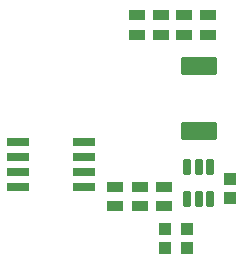
<source format=gtp>
G04*
G04 #@! TF.GenerationSoftware,Altium Limited,Altium Designer,21.5.1 (32)*
G04*
G04 Layer_Color=8421504*
%FSLAX25Y25*%
%MOIN*%
G70*
G04*
G04 #@! TF.SameCoordinates,B42815E3-1C8A-49E7-A1B9-2BA69348AFE0*
G04*
G04*
G04 #@! TF.FilePolarity,Positive*
G04*
G01*
G75*
G04:AMPARAMS|DCode=13|XSize=43.31mil|YSize=39.37mil|CornerRadius=2.95mil|HoleSize=0mil|Usage=FLASHONLY|Rotation=0.000|XOffset=0mil|YOffset=0mil|HoleType=Round|Shape=RoundedRectangle|*
%AMROUNDEDRECTD13*
21,1,0.04331,0.03347,0,0,0.0*
21,1,0.03740,0.03937,0,0,0.0*
1,1,0.00591,0.01870,-0.01673*
1,1,0.00591,-0.01870,-0.01673*
1,1,0.00591,-0.01870,0.01673*
1,1,0.00591,0.01870,0.01673*
%
%ADD13ROUNDEDRECTD13*%
G04:AMPARAMS|DCode=14|XSize=55.12mil|YSize=35.43mil|CornerRadius=2.66mil|HoleSize=0mil|Usage=FLASHONLY|Rotation=180.000|XOffset=0mil|YOffset=0mil|HoleType=Round|Shape=RoundedRectangle|*
%AMROUNDEDRECTD14*
21,1,0.05512,0.03012,0,0,180.0*
21,1,0.04980,0.03543,0,0,180.0*
1,1,0.00532,-0.02490,0.01506*
1,1,0.00532,0.02490,0.01506*
1,1,0.00532,0.02490,-0.01506*
1,1,0.00532,-0.02490,-0.01506*
%
%ADD14ROUNDEDRECTD14*%
G04:AMPARAMS|DCode=15|XSize=43.31mil|YSize=39.37mil|CornerRadius=3.94mil|HoleSize=0mil|Usage=FLASHONLY|Rotation=180.000|XOffset=0mil|YOffset=0mil|HoleType=Round|Shape=RoundedRectangle|*
%AMROUNDEDRECTD15*
21,1,0.04331,0.03150,0,0,180.0*
21,1,0.03543,0.03937,0,0,180.0*
1,1,0.00787,-0.01772,0.01575*
1,1,0.00787,0.01772,0.01575*
1,1,0.00787,0.01772,-0.01575*
1,1,0.00787,-0.01772,-0.01575*
%
%ADD15ROUNDEDRECTD15*%
G04:AMPARAMS|DCode=16|XSize=53.15mil|YSize=25.59mil|CornerRadius=1.92mil|HoleSize=0mil|Usage=FLASHONLY|Rotation=270.000|XOffset=0mil|YOffset=0mil|HoleType=Round|Shape=RoundedRectangle|*
%AMROUNDEDRECTD16*
21,1,0.05315,0.02175,0,0,270.0*
21,1,0.04931,0.02559,0,0,270.0*
1,1,0.00384,-0.01088,-0.02466*
1,1,0.00384,-0.01088,0.02466*
1,1,0.00384,0.01088,0.02466*
1,1,0.00384,0.01088,-0.02466*
%
%ADD16ROUNDEDRECTD16*%
G04:AMPARAMS|DCode=17|XSize=62.99mil|YSize=118.11mil|CornerRadius=4.72mil|HoleSize=0mil|Usage=FLASHONLY|Rotation=90.000|XOffset=0mil|YOffset=0mil|HoleType=Round|Shape=RoundedRectangle|*
%AMROUNDEDRECTD17*
21,1,0.06299,0.10866,0,0,90.0*
21,1,0.05354,0.11811,0,0,90.0*
1,1,0.00945,0.05433,0.02677*
1,1,0.00945,0.05433,-0.02677*
1,1,0.00945,-0.05433,-0.02677*
1,1,0.00945,-0.05433,0.02677*
%
%ADD17ROUNDEDRECTD17*%
G04:AMPARAMS|DCode=18|XSize=28.35mil|YSize=74.8mil|CornerRadius=2.13mil|HoleSize=0mil|Usage=FLASHONLY|Rotation=270.000|XOffset=0mil|YOffset=0mil|HoleType=Round|Shape=RoundedRectangle|*
%AMROUNDEDRECTD18*
21,1,0.02835,0.07055,0,0,270.0*
21,1,0.02410,0.07480,0,0,270.0*
1,1,0.00425,-0.03528,-0.01205*
1,1,0.00425,-0.03528,0.01205*
1,1,0.00425,0.03528,0.01205*
1,1,0.00425,0.03528,-0.01205*
%
%ADD18ROUNDEDRECTD18*%
D13*
X57972Y31890D02*
D03*
Y38189D02*
D03*
X65551Y38189D02*
D03*
Y31890D02*
D03*
D14*
X49606Y45571D02*
D03*
Y52067D02*
D03*
X57874Y45571D02*
D03*
Y52067D02*
D03*
X41339D02*
D03*
Y45571D02*
D03*
X48720Y109252D02*
D03*
Y102756D02*
D03*
X72342D02*
D03*
Y109252D02*
D03*
X64468D02*
D03*
Y102756D02*
D03*
X56595Y109252D02*
D03*
Y102756D02*
D03*
D15*
X79921Y48425D02*
D03*
Y54724D02*
D03*
D16*
X73032Y48228D02*
D03*
X69291Y58858D02*
D03*
X65551Y48228D02*
D03*
X69291D02*
D03*
X65551Y58858D02*
D03*
X73032D02*
D03*
D17*
X69291Y70669D02*
D03*
Y92323D02*
D03*
D18*
X31209Y52031D02*
D03*
Y57031D02*
D03*
Y62031D02*
D03*
Y67031D02*
D03*
X8964Y52031D02*
D03*
Y57031D02*
D03*
Y62031D02*
D03*
Y67031D02*
D03*
M02*

</source>
